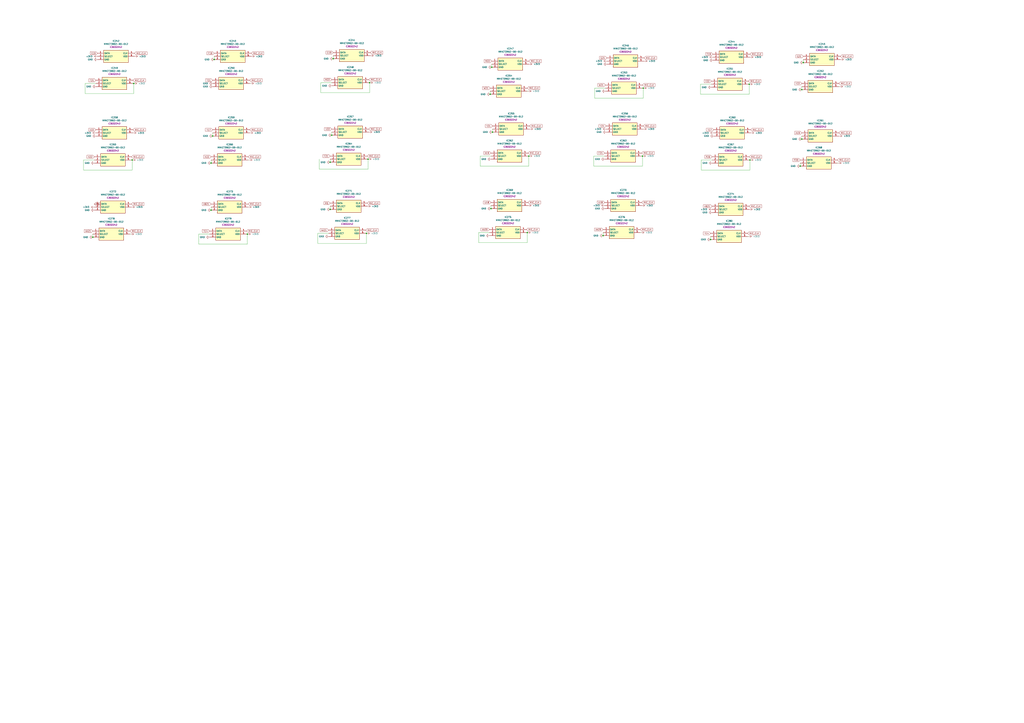
<source format=kicad_sch>
(kicad_sch (version 20231120) (generator "eeschema") (generator_version "8.0")
  (paper "A1")
  (junction (at 495.3 193.675))
  (junction (at 203.2 192.405))
  (junction (at 403.225 171.45))
  (junction (at 657.225 136.525))
  (junction (at 300.99 191.77))
  (junction (at 615.95 131.445))
  (junction (at 173.355 133.985))
  (junction (at 174.625 111.76))
  (junction (at 658.495 73.66))
  (junction (at 527.685 128.27))
  (junction (at 528.32 72.39))
  (junction (at 434.34 128.27))
  (junction (at 658.495 114.3))
  (junction (at 76.2 194.945))
  (junction (at 108.585 131.445))
  (junction (at 433.07 191.135))
  (junction (at 272.415 111.125))
  (junction (at 273.685 48.26))
  (junction (at 659.765 51.435))
  (junction (at 583.565 196.85))
  (junction (at 271.145 133.35))
  (junction (at 615.315 69.215))
  (junction (at 175.895 48.895))
  (junction (at 302.26 130.81))
  (junction (at 403.86 55.245))
  (junction (at 271.145 172.085))
  (junction (at 404.495 108.585))
  (junction (at 109.855 68.58))
  (junction (at 303.53 67.945))
  (junction (at 173.355 172.72))
  (junction (at 402.59 77.47))
  (wire (pts (xy 434.34 128.27) (xy 434.34 136.525)))
  (wire (pts (xy 76.2 192.405) (xy 76.2 194.945)))
  (wire (pts (xy 584.835 131.445) (xy 575.945 131.445)))
  (wire (pts (xy 403.86 52.705) (xy 403.86 55.245)))
  (wire (pts (xy 69.85 76.835) (xy 109.855 76.835)))
  (wire (pts (xy 433.705 128.27) (xy 434.34 128.27)))
  (wire (pts (xy 172.085 192.405) (xy 163.195 192.405)))
  (wire (pts (xy 300.355 191.77) (xy 300.99 191.77)))
  (wire (pts (xy 302.26 130.81) (xy 302.26 139.065)))
  (wire (pts (xy 527.05 128.27) (xy 527.685 128.27)))
  (wire (pts (xy 107.95 131.445) (xy 108.585 131.445)))
  (wire (pts (xy 260.985 191.77) (xy 260.985 200.025)))
  (wire (pts (xy 262.255 130.81) (xy 262.255 139.065)))
  (wire (pts (xy 175.895 46.355) (xy 175.895 48.895)))
  (wire (pts (xy 109.22 68.58) (xy 109.855 68.58)))
  (wire (pts (xy 272.415 67.945) (xy 263.525 67.945)))
  (wire (pts (xy 401.955 191.135) (xy 393.065 191.135)))
  (wire (pts (xy 527.685 72.39) (xy 528.32 72.39)))
  (wire (pts (xy 300.99 191.77) (xy 300.99 200.025)))
  (wire (pts (xy 495.3 191.135) (xy 495.3 193.675)))
  (wire (pts (xy 433.07 74.93) (xy 433.705 74.93)))
  (wire (pts (xy 584.2 69.215) (xy 575.31 69.215)))
  (wire (pts (xy 109.855 68.58) (xy 109.855 76.835)))
  (wire (pts (xy 575.945 139.7) (xy 615.95 139.7)))
  (wire (pts (xy 78.74 68.58) (xy 69.85 68.58)))
  (wire (pts (xy 394.335 136.525) (xy 434.34 136.525)))
  (wire (pts (xy 174.625 109.22) (xy 174.625 111.76)))
  (wire (pts (xy 263.525 76.2) (xy 303.53 76.2)))
  (wire (pts (xy 302.895 67.945) (xy 303.53 67.945)))
  (wire (pts (xy 614.68 69.215) (xy 615.315 69.215)))
  (wire (pts (xy 394.335 128.27) (xy 394.335 136.525)))
  (wire (pts (xy 77.47 131.445) (xy 68.58 131.445)))
  (wire (pts (xy 432.435 191.135) (xy 433.07 191.135)))
  (wire (pts (xy 303.53 67.945) (xy 303.53 76.2)))
  (wire (pts (xy 528.32 72.39) (xy 528.32 80.645)))
  (wire (pts (xy 583.565 194.31) (xy 583.565 196.85)))
  (wire (pts (xy 525.78 191.135) (xy 526.415 191.135)))
  (wire (pts (xy 615.315 69.215) (xy 615.315 77.47)))
  (wire (pts (xy 615.95 131.445) (xy 615.95 139.7)))
  (wire (pts (xy 497.205 72.39) (xy 488.315 72.39)))
  (wire (pts (xy 68.58 131.445) (xy 68.58 139.7)))
  (wire (pts (xy 205.105 68.58) (xy 205.74 68.58)))
  (wire (pts (xy 658.495 71.12) (xy 658.495 73.66)))
  (wire (pts (xy 203.835 131.445) (xy 204.47 131.445)))
  (wire (pts (xy 173.355 170.18) (xy 173.355 172.72)))
  (wire (pts (xy 487.68 136.525) (xy 527.685 136.525)))
  (wire (pts (xy 262.255 139.065) (xy 302.26 139.065)))
  (wire (pts (xy 271.145 130.81) (xy 271.145 133.35)))
  (wire (pts (xy 203.2 192.405) (xy 203.2 200.66)))
  (wire (pts (xy 269.875 191.77) (xy 260.985 191.77)))
  (wire (pts (xy 488.315 72.39) (xy 488.315 80.645)))
  (wire (pts (xy 657.225 133.985) (xy 657.225 136.525)))
  (wire (pts (xy 271.145 169.545) (xy 271.145 172.085)))
  (wire (pts (xy 273.685 45.72) (xy 273.685 48.26)))
  (wire (pts (xy 202.565 192.405) (xy 203.2 192.405)))
  (wire (pts (xy 403.225 128.27) (xy 394.335 128.27)))
  (wire (pts (xy 69.85 68.58) (xy 69.85 76.835)))
  (wire (pts (xy 433.07 191.135) (xy 433.07 199.39)))
  (wire (pts (xy 403.225 168.91) (xy 403.225 171.45)))
  (wire (pts (xy 496.57 128.27) (xy 487.68 128.27)))
  (wire (pts (xy 615.315 131.445) (xy 615.95 131.445)))
  (wire (pts (xy 688.975 71.12) (xy 689.61 71.12)))
  (wire (pts (xy 68.58 139.7) (xy 108.585 139.7)))
  (wire (pts (xy 393.065 199.39) (xy 433.07 199.39)))
  (wire (pts (xy 301.625 130.81) (xy 302.26 130.81)))
  (wire (pts (xy 173.355 131.445) (xy 173.355 133.985)))
  (wire (pts (xy 527.685 128.27) (xy 527.685 136.525)))
  (wire (pts (xy 487.68 128.27) (xy 487.68 136.525)))
  (wire (pts (xy 658.495 111.76) (xy 658.495 114.3)))
  (wire (pts (xy 614.045 194.31) (xy 614.68 194.31)))
  (wire (pts (xy 575.31 69.215) (xy 575.31 77.47)))
  (wire (pts (xy 163.195 192.405) (xy 163.195 200.66)))
  (wire (pts (xy 108.585 131.445) (xy 108.585 139.7)))
  (wire (pts (xy 575.945 131.445) (xy 575.945 139.7)))
  (wire (pts (xy 263.525 67.945) (xy 263.525 76.2)))
  (wire (pts (xy 488.315 80.645) (xy 528.32 80.645)))
  (wire (pts (xy 393.065 191.135) (xy 393.065 199.39)))
  (wire (pts (xy 575.31 77.47) (xy 615.315 77.47)))
  (wire (pts (xy 260.985 200.025) (xy 300.99 200.025)))
  (wire (pts (xy 402.59 74.93) (xy 402.59 77.47)))
  (wire (pts (xy 106.68 192.405) (xy 107.315 192.405)))
  (wire (pts (xy 272.415 108.585) (xy 272.415 111.125)))
  (wire (pts (xy 659.765 48.895) (xy 659.765 51.435)))
  (wire (pts (xy 404.495 106.045) (xy 404.495 108.585)))
  (wire (pts (xy 163.195 200.66) (xy 203.2 200.66)))
  (wire (pts (xy 687.705 133.985) (xy 688.34 133.985)))
  (global_label "MIC_CLK" (shape input) (at 528.955 47.625 0) (property "Intersheetrefs" "${INTERSHEET_REFS}" (effects (hide yes))))
  (global_label "AA21" (shape input) (at 76.2 189.865 180) (property "Intersheetrefs" "${INTERSHEET_REFS}" (effects (hide yes))))
  (global_label "V22" (shape input) (at 272.415 106.045 180) (property "Intersheetrefs" "${INTERSHEET_REFS}" (effects (hide yes))))
  (global_label "MIC_CLK" (shape input) (at 433.07 72.39 0) (property "Intersheetrefs" "${INTERSHEET_REFS}" (effects (hide yes))))
  (global_label "MIC_CLK" (shape input) (at 690.245 46.355 0) (property "Intersheetrefs" "${INTERSHEET_REFS}" (effects (hide yes))))
  (global_label "MIC_CLK" (shape input) (at 432.435 188.595 0) (property "Intersheetrefs" "${INTERSHEET_REFS}" (effects (hide yes))))
  (global_label "Y21" (shape input) (at 497.84 103.505 180) (property "Intersheetrefs" "${INTERSHEET_REFS}" (effects (hide yes))))
  (global_label "MIC_CLK" (shape input) (at 203.835 167.64 0) (property "Intersheetrefs" "${INTERSHEET_REFS}" (effects (hide yes))))
  (global_label "MIC_CLK" (shape input) (at 614.68 66.675 0) (property "Intersheetrefs" "${INTERSHEET_REFS}" (effects (hide yes))))
  (global_label "MIC_CLK" (shape input) (at 206.375 43.815 0) (property "Intersheetrefs" "${INTERSHEET_REFS}" (effects (hide yes))))
  (global_label "U18" (shape input) (at 403.225 166.37 180) (property "Intersheetrefs" "${INTERSHEET_REFS}" (effects (hide yes))))
  (global_label "MIC_CLK" (shape input) (at 107.95 128.905 0) (property "Intersheetrefs" "${INTERSHEET_REFS}" (effects (hide yes))))
  (global_label "W21" (shape input) (at 497.205 69.85 180) (property "Intersheetrefs" "${INTERSHEET_REFS}" (effects (hide yes))))
  (global_label "F21" (shape input) (at 271.145 128.27 180) (property "Intersheetrefs" "${INTERSHEET_REFS}" (effects (hide yes))))
  (global_label "Y17" (shape input) (at 586.105 106.68 180) (property "Intersheetrefs" "${INTERSHEET_REFS}" (effects (hide yes))))
  (global_label "MIC_CLK" (shape input) (at 616.585 106.68 0) (property "Intersheetrefs" "${INTERSHEET_REFS}" (effects (hide yes))))
  (global_label "MIC_CLK" (shape input) (at 203.835 128.905 0) (property "Intersheetrefs" "${INTERSHEET_REFS}" (effects (hide yes))))
  (global_label "MIC_CLK" (shape input) (at 527.05 125.73 0) (property "Intersheetrefs" "${INTERSHEET_REFS}" (effects (hide yes))))
  (global_label "MIC_CLK" (shape input) (at 433.705 166.37 0) (property "Intersheetrefs" "${INTERSHEET_REFS}" (effects (hide yes))))
  (global_label "A19" (shape input) (at 658.495 109.22 180) (property "Intersheetrefs" "${INTERSHEET_REFS}" (effects (hide yes))))
  (global_label "MIC_CLK" (shape input) (at 205.105 106.68 0) (property "Intersheetrefs" "${INTERSHEET_REFS}" (effects (hide yes))))
  (global_label "MIC_CLK" (shape input) (at 110.49 43.815 0) (property "Intersheetrefs" "${INTERSHEET_REFS}" (effects (hide yes))))
  (global_label "MIC_CLK" (shape input) (at 109.22 106.68 0) (property "Intersheetrefs" "${INTERSHEET_REFS}" (effects (hide yes))))
  (global_label "A19" (shape input) (at 403.225 125.73 180) (property "Intersheetrefs" "${INTERSHEET_REFS}" (effects (hide yes))))
  (global_label "MIC_CLK" (shape input) (at 434.975 103.505 0) (property "Intersheetrefs" "${INTERSHEET_REFS}" (effects (hide yes))))
  (global_label "T21" (shape input) (at 174.625 66.04 180) (property "Intersheetrefs" "${INTERSHEET_REFS}" (effects (hide yes))))
  (global_label "E19" (shape input) (at 80.01 43.815 180) (property "Intersheetrefs" "${INTERSHEET_REFS}" (effects (hide yes))))
  (global_label "M22" (shape input) (at 272.415 65.405 180) (property "Intersheetrefs" "${INTERSHEET_REFS}" (effects (hide yes))))
  (global_label "F19" (shape input) (at 175.895 43.815 180) (property "Intersheetrefs" "${INTERSHEET_REFS}" (effects (hide yes))))
  (global_label "Y22" (shape input) (at 658.495 68.58 180) (property "Intersheetrefs" "${INTERSHEET_REFS}" (effects (hide yes))))
  (global_label "MIC_CLK" (shape input) (at 301.625 128.27 0) (property "Intersheetrefs" "${INTERSHEET_REFS}" (effects (hide yes))))
  (global_label "F19" (shape input) (at 585.47 44.45 180) (property "Intersheetrefs" "${INTERSHEET_REFS}" (effects (hide yes))))
  (global_label "MIC_CLK" (shape input) (at 527.685 69.85 0) (property "Intersheetrefs" "${INTERSHEET_REFS}" (effects (hide yes))))
  (global_label "AB21" (shape input) (at 584.835 169.545 180) (property "Intersheetrefs" "${INTERSHEET_REFS}" (effects (hide yes))))
  (global_label "MIC_CLK" (shape input) (at 687.705 131.445 0) (property "Intersheetrefs" "${INTERSHEET_REFS}" (effects (hide yes))))
  (global_label "P20" (shape input) (at 584.835 128.905 180) (property "Intersheetrefs" "${INTERSHEET_REFS}" (effects (hide yes))))
  (global_label "M5" (shape input) (at 271.145 167.005 180) (property "Intersheetrefs" "${INTERSHEET_REFS}" (effects (hide yes))))
  (global_label "V22" (shape input) (at 78.74 106.68 180) (property "Intersheetrefs" "${INTERSHEET_REFS}" (effects (hide yes))))
  (global_label "G21" (shape input) (at 498.475 47.625 180) (property "Intersheetrefs" "${INTERSHEET_REFS}" (effects (hide yes))))
  (global_label "MIC_CLK" (shape input) (at 433.705 125.73 0) (property "Intersheetrefs" "${INTERSHEET_REFS}" (effects (hide yes))))
  (global_label "MIC_CLK" (shape input) (at 688.975 109.22 0) (property "Intersheetrefs" "${INTERSHEET_REFS}" (effects (hide yes))))
  (global_label "MIC_CLK" (shape input) (at 202.565 189.865 0) (property "Intersheetrefs" "${INTERSHEET_REFS}" (effects (hide yes))))
  (global_label "AB21" (shape input) (at 173.355 167.64 180) (property "Intersheetrefs" "${INTERSHEET_REFS}" (effects (hide yes))))
  (global_label "MIC_CLK" (shape input) (at 525.78 188.595 0) (property "Intersheetrefs" "${INTERSHEET_REFS}" (effects (hide yes))))
  (global_label "MIC_CLK" (shape input) (at 615.315 169.545 0) (property "Intersheetrefs" "${INTERSHEET_REFS}" (effects (hide yes))))
  (global_label "E19" (shape input) (at 273.685 43.18 180) (property "Intersheetrefs" "${INTERSHEET_REFS}" (effects (hide yes))))
  (global_label "H22" (shape input) (at 77.47 128.905 180) (property "Intersheetrefs" "${INTERSHEET_REFS}" (effects (hide yes))))
  (global_label "MIC_CLK" (shape input) (at 614.045 191.77 0) (property "Intersheetrefs" "${INTERSHEET_REFS}" (effects (hide yes))))
  (global_label "Y22" (shape input) (at 584.2 66.675 180) (property "Intersheetrefs" "${INTERSHEET_REFS}" (effects (hide yes))))
  (global_label "MIC_CLK" (shape input) (at 107.95 167.64 0) (property "Intersheetrefs" "${INTERSHEET_REFS}" (effects (hide yes))))
  (global_label "AA21" (shape input) (at 269.875 189.23 180) (property "Intersheetrefs" "${INTERSHEET_REFS}" (effects (hide yes))))
  (global_label "MIC_CLK" (shape input) (at 304.165 43.18 0) (property "Intersheetrefs" "${INTERSHEET_REFS}" (effects (hide yes))))
  (global_label "AA20" (shape input) (at 401.955 188.595 180) (property "Intersheetrefs" "${INTERSHEET_REFS}" (effects (hide yes))))
  (global_label "G21" (shape input) (at 659.765 46.355 180) (property "Intersheetrefs" "${INTERSHEET_REFS}" (effects (hide yes))))
  (global_label "MIC_CLK" (shape input) (at 615.95 44.45 0) (property "Intersheetrefs" "${INTERSHEET_REFS}" (effects (hide yes))))
  (global_label "MIC_CLK" (shape input) (at 300.355 189.23 0) (property "Intersheetrefs" "${INTERSHEET_REFS}" (effects (hide yes))))
  (global_label "MIC_CLK" (shape input) (at 302.895 106.045 0) (property "Intersheetrefs" "${INTERSHEET_REFS}" (effects (hide yes))))
  (global_label "MIC_CLK" (shape input) (at 301.625 167.005 0) (property "Intersheetrefs" "${INTERSHEET_REFS}" (effects (hide yes))))
  (global_label "Y14" (shape input) (at 583.565 191.77 180) (property "Intersheetrefs" "${INTERSHEET_REFS}" (effects (hide yes))))
  (global_label "F21" (shape input) (at 496.57 125.73 180) (property "Intersheetrefs" "${INTERSHEET_REFS}" (effects (hide yes))))
  (global_label "MIC_CLK" (shape input) (at 205.105 66.04 0) (property "Intersheetrefs" "${INTERSHEET_REFS}" (effects (hide yes))))
  (global_label "P20" (shape input) (at 657.225 131.445 180) (property "Intersheetrefs" "${INTERSHEET_REFS}" (effects (hide yes))))
  (global_label "T21" (shape input) (at 78.74 66.04 180) (property "Intersheetrefs" "${INTERSHEET_REFS}" (effects (hide yes))))
  (global_label "M5" (shape input) (at 77.47 167.64 0) (property "Intersheetrefs" "${INTERSHEET_REFS}" (effects (hide yes))))
  (global_label "MIC_CLK" (shape input) (at 434.34 50.165 0) (property "Intersheetrefs" "${INTERSHEET_REFS}" (effects (hide yes))))
  (global_label "U18" (shape input) (at 496.57 166.37 180) (property "Intersheetrefs" "${INTERSHEET_REFS}" (effects (hide yes))))
  (global_label "MIC_CLK" (shape input) (at 527.05 166.37 0) (property "Intersheetrefs" "${INTERSHEET_REFS}" (effects (hide yes))))
  (global_label "MIC_CLK" (shape input) (at 528.32 103.505 0) (property "Intersheetrefs" "${INTERSHEET_REFS}" (effects (hide yes))))
  (global_label "AA20" (shape input) (at 495.3 188.595 180) (property "Intersheetrefs" "${INTERSHEET_REFS}" (effects (hide yes))))
  (global_label "M22" (shape input) (at 403.86 50.165 180) (property "Intersheetrefs" "${INTERSHEET_REFS}" (effects (hide yes))))
  (global_label "Y21" (shape input) (at 404.495 103.505 180) (property "Intersheetrefs" "${INTERSHEET_REFS}" (effects (hide yes))))
  (global_label "MIC_CLK" (shape input) (at 106.68 189.865 0) (property "Intersheetrefs" "${INTERSHEET_REFS}" (effects (hide yes))))
  (global_label "Y14" (shape input) (at 172.085 189.865 180) (property "Intersheetrefs" "${INTERSHEET_REFS}" (effects (hide yes))))
  (global_label "H22" (shape input) (at 173.355 128.905 180) (property "Intersheetrefs" "${INTERSHEET_REFS}" (effects (hide yes))))
  (global_label "MIC_CLK" (shape input) (at 615.315 128.905 0) (property "Intersheetrefs" "${INTERSHEET_REFS}" (effects (hide yes))))
  (global_label "MIC_CLK" (shape input) (at 109.22 66.04 0) (property "Intersheetrefs" "${INTERSHEET_REFS}" (effects (hide yes))))
  (global_label "MIC_CLK" (shape input) (at 302.895 65.405 0) (property "Intersheetrefs" "${INTERSHEET_REFS}" (effects (hide yes))))
  (global_label "MIC_CLK" (shape input) (at 688.975 68.58 0) (property "Intersheetrefs" "${INTERSHEET_REFS}" (effects (hide yes))))
  (global_label "Y17" (shape input) (at 174.625 106.68 180) (property "Intersheetrefs" "${INTERSHEET_REFS}" (effects (hide yes))))
  (global_label "W21" (shape input) (at 402.59 72.39 180) (property "Intersheetrefs" "${INTERSHEET_REFS}" (effects (hide yes))))
  (symbol (lib_id "power:GND") (at 401.955 193.675 270) (unit 1)
    (property "Reference" "#PWR0643" (effects (hide yes)))
    (property "Value" "GND" (at 398.145 193.675 90) (effects (justify right)))
  )
  (symbol (lib_id "power:+3V3") (at 433.705 74.93 270) (unit 1)
    (property "Reference" "#PWR0595" (effects (hide yes)))
    (property "Value" "+3V3" (at 437.515 74.93 90) (effects (justify left)))
  )
  (symbol (lib_id "SamacSys_Parts:MMICT3902-00-012") (at 272.415 106.045 0) (unit 1)
    (property "Reference" "IC257" (at 287.655 95.885 0))
    (property "Value" "MMICT3902-00-012" (at 287.655 98.425 0))
    (property "Footprint" "T3902:MMICT390200012" (effects (hide yes)))
    (property "Datasheet" "http://invensense.tdk.com/wp-content/uploads/2020/05/DS-000357-T3902-v1.0.pdf" (effects (hide yes)))
    (property "Height" "1.13" (effects (hide yes)))
    (property "Mouser Part Number" "410-MMICT3902-00-012" (effects (hide yes)))
    (property "Mouser Price/Stock" "https://www.mouser.co.uk/ProductDetail/TDK-InvenSense/MMICT3902-00-012?qs=yqaQSyyJnNi1lpqXyrpxOA%3D%3D" (effects (hide yes)))
    (property "Manufacturer_Name" "TDK" (effects (hide yes)))
    (property "Manufacturer_Part_Number" "MMICT3902-00-012" (effects (hide yes)))
    (property "LCSC" "C3032242" (at 287.655 100.965 0))
  )
  (symbol (lib_id "power:GND") (at 404.495 108.585 270) (unit 1)
    (property "Reference" "#PWR0601" (effects (hide yes)))
    (property "Value" "GND" (at 400.685 108.585 90) (effects (justify right)))
  )
  (symbol (lib_id "power:GND") (at 273.685 48.26 270) (unit 1)
    (property "Reference" "#PWR0574" (effects (hide yes)))
    (property "Value" "GND" (at 269.875 48.26 90) (effects (justify right)))
  )
  (symbol (lib_id "power:+3V3") (at 528.32 72.39 270) (unit 1)
    (property "Reference" "#PWR0593" (effects (hide yes)))
    (property "Value" "+3V3" (at 532.13 72.39 90) (effects (justify left)))
  )
  (symbol (lib_id "power:+3V3") (at 110.49 46.355 270) (unit 1)
    (property "Reference" "#PWR0571" (effects (hide yes)))
    (property "Value" "+3V3" (at 114.3 46.355 90) (effects (justify left)))
  )
  (symbol (lib_id "power:+3V3") (at 206.375 46.355 270) (unit 1)
    (property "Reference" "#PWR0572" (effects (hide yes)))
    (property "Value" "+3V3" (at 210.185 46.355 90) (effects (justify left)))
  )
  (symbol (lib_id "power:+3V3") (at 302.26 130.81 270) (unit 1)
    (property "Reference" "#PWR0614" (effects (hide yes)))
    (property "Value" "+3V3" (at 306.07 130.81 90) (effects (justify left)))
  )
  (symbol (lib_id "SamacSys_Parts:MMICT3902-00-012") (at 403.225 125.73 0) (unit 1)
    (property "Reference" "IC262" (at 418.465 115.57 0))
    (property "Value" "MMICT3902-00-012" (at 418.465 118.11 0))
    (property "Footprint" "T3902:MMICT390200012" (effects (hide yes)))
    (property "Datasheet" "http://invensense.tdk.com/wp-content/uploads/2020/05/DS-000357-T3902-v1.0.pdf" (effects (hide yes)))
    (property "Height" "1.13" (effects (hide yes)))
    (property "Mouser Part Number" "410-MMICT3902-00-012" (effects (hide yes)))
    (property "Mouser Price/Stock" "https://www.mouser.co.uk/ProductDetail/TDK-InvenSense/MMICT3902-00-012?qs=yqaQSyyJnNi1lpqXyrpxOA%3D%3D" (effects (hide yes)))
    (property "Manufacturer_Name" "TDK" (effects (hide yes)))
    (property "Manufacturer_Part_Number" "MMICT3902-00-012" (effects (hide yes)))
    (property "LCSC" "C3032242" (at 418.465 120.65 0))
  )
  (symbol (lib_id "power:+3V3") (at 689.61 71.12 270) (unit 1)
    (property "Reference" "#PWR0591" (effects (hide yes)))
    (property "Value" "+3V3" (at 693.42 71.12 90) (effects (justify left)))
  )
  (symbol (lib_id "SamacSys_Parts:MMICT3902-00-012") (at 272.415 65.405 0) (unit 1)
    (property "Reference" "IC248" (at 287.655 55.245 0))
    (property "Value" "MMICT3902-00-012" (at 287.655 57.785 0))
    (property "Footprint" "T3902:MMICT390200012" (effects (hide yes)))
    (property "Datasheet" "http://invensense.tdk.com/wp-content/uploads/2020/05/DS-000357-T3902-v1.0.pdf" (effects (hide yes)))
    (property "Height" "1.13" (effects (hide yes)))
    (property "Mouser Part Number" "410-MMICT3902-00-012" (effects (hide yes)))
    (property "Mouser Price/Stock" "https://www.mouser.co.uk/ProductDetail/TDK-InvenSense/MMICT3902-00-012?qs=yqaQSyyJnNi1lpqXyrpxOA%3D%3D" (effects (hide yes)))
    (property "Manufacturer_Name" "TDK" (effects (hide yes)))
    (property "Manufacturer_Part_Number" "MMICT3902-00-012" (effects (hide yes)))
    (property "LCSC" "C3032242" (at 287.655 60.325 0))
  )
  (symbol (lib_id "SamacSys_Parts:MMICT3902-00-012") (at 498.475 47.625 0) (unit 1)
    (property "Reference" "IC246" (at 513.715 37.465 0))
    (property "Value" "MMICT3902-00-012" (at 513.715 40.005 0))
    (property "Footprint" "T3902:MMICT390200012" (effects (hide yes)))
    (property "Datasheet" "http://invensense.tdk.com/wp-content/uploads/2020/05/DS-000357-T3902-v1.0.pdf" (effects (hide yes)))
    (property "Height" "1.13" (effects (hide yes)))
    (property "Mouser Part Number" "410-MMICT3902-00-012" (effects (hide yes)))
    (property "Mouser Price/Stock" "https://www.mouser.co.uk/ProductDetail/TDK-InvenSense/MMICT3902-00-012?qs=yqaQSyyJnNi1lpqXyrpxOA%3D%3D" (effects (hide yes)))
    (property "Manufacturer_Name" "TDK" (effects (hide yes)))
    (property "Manufacturer_Part_Number" "MMICT3902-00-012" (effects (hide yes)))
    (property "LCSC" "C3032242" (at 513.715 42.545 0))
  )
  (symbol (lib_id "power:GND") (at 495.3 193.675 270) (unit 1)
    (property "Reference" "#PWR0644" (effects (hide yes)))
    (property "Value" "GND" (at 491.49 193.675 90) (effects (justify right)))
  )
  (symbol (lib_id "power:GND") (at 77.47 133.985 270) (unit 1)
    (property "Reference" "#PWR0621" (effects (hide yes)))
    (property "Value" "GND" (at 73.66 133.985 90) (effects (justify right)))
  )
  (symbol (lib_id "power:GND") (at 272.415 70.485 270) (unit 1)
    (property "Reference" "#PWR0588" (effects (hide yes)))
    (property "Value" "GND" (at 268.605 70.485 90) (effects (justify right)))
  )
  (symbol (lib_id "SamacSys_Parts:MMICT3902-00-012") (at 586.105 106.68 0) (unit 1)
    (property "Reference" "IC260" (at 601.345 96.52 0))
    (property "Value" "MMICT3902-00-012" (at 601.345 99.06 0))
    (property "Footprint" "T3902:MMICT390200012" (effects (hide yes)))
    (property "Datasheet" "http://invensense.tdk.com/wp-content/uploads/2020/05/DS-000357-T3902-v1.0.pdf" (effects (hide yes)))
    (property "Height" "1.13" (effects (hide yes)))
    (property "Mouser Part Number" "410-MMICT3902-00-012" (effects (hide yes)))
    (property "Mouser Price/Stock" "https://www.mouser.co.uk/ProductDetail/TDK-InvenSense/MMICT3902-00-012?qs=yqaQSyyJnNi1lpqXyrpxOA%3D%3D" (effects (hide yes)))
    (property "Manufacturer_Name" "TDK" (effects (hide yes)))
    (property "Manufacturer_Part_Number" "MMICT3902-00-012" (effects (hide yes)))
    (property "LCSC" "C3032242" (at 601.345 101.6 0))
  )
  (symbol (lib_id "power:GND") (at 173.355 172.72 270) (unit 1)
    (property "Reference" "#PWR0636" (effects (hide yes)))
    (property "Value" "GND" (at 169.545 172.72 90) (effects (justify right)))
  )
  (symbol (lib_id "power:GND") (at 584.835 174.625 270) (unit 1)
    (property "Reference" "#PWR0637" (effects (hide yes)))
    (property "Value" "GND" (at 581.025 174.625 90) (effects (justify right)))
  )
  (symbol (lib_id "power:+3V3") (at 300.99 191.77 270) (unit 1)
    (property "Reference" "#PWR0640" (effects (hide yes)))
    (property "Value" "+3V3" (at 304.8 191.77 90) (effects (justify left)))
  )
  (symbol (lib_id "SamacSys_Parts:MMICT3902-00-012") (at 658.495 109.22 0) (unit 1)
    (property "Reference" "IC261" (at 673.735 99.06 0))
    (property "Value" "MMICT3902-00-012" (at 673.735 101.6 0))
    (property "Footprint" "T3902:MMICT390200012" (effects (hide yes)))
    (property "Datasheet" "http://invensense.tdk.com/wp-content/uploads/2020/05/DS-000357-T3902-v1.0.pdf" (effects (hide yes)))
    (property "Height" "1.13" (effects (hide yes)))
    (property "Mouser Part Number" "410-MMICT3902-00-012" (effects (hide yes)))
    (property "Mouser Price/Stock" "https://www.mouser.co.uk/ProductDetail/TDK-InvenSense/MMICT3902-00-012?qs=yqaQSyyJnNi1lpqXyrpxOA%3D%3D" (effects (hide yes)))
    (property "Manufacturer_Name" "TDK" (effects (hide yes)))
    (property "Manufacturer_Part_Number" "MMICT3902-00-012" (effects (hide yes)))
    (property "LCSC" "C3032242" (at 673.735 104.14 0))
  )
  (symbol (lib_id "power:GND") (at 585.47 49.53 270) (unit 1)
    (property "Reference" "#PWR0578" (effects (hide yes)))
    (property "Value" "GND" (at 581.66 49.53 90) (effects (justify right)))
  )
  (symbol (lib_id "power:GND") (at 402.59 77.47 270) (unit 1)
    (property "Reference" "#PWR0597" (effects (hide yes)))
    (property "Value" "GND" (at 398.78 77.47 90) (effects (justify right)))
  )
  (symbol (lib_id "power:+3V3") (at 526.415 191.135 270) (unit 1)
    (property "Reference" "#PWR0639" (effects (hide yes)))
    (property "Value" "+3V3" (at 530.225 191.135 90) (effects (justify left)))
  )
  (symbol (lib_id "power:+3V3") (at 615.315 172.085 270) (unit 1)
    (property "Reference" "#PWR0634" (effects (hide yes)))
    (property "Value" "+3V3" (at 619.125 172.085 90) (effects (justify left)))
  )
  (symbol (lib_id "power:GND") (at 174.625 68.58 270) (unit 1)
    (property "Reference" "#PWR0905" (effects (hide yes)))
    (property "Value" "GND" (at 170.815 68.58 90) (effects (justify right)))
  )
  (symbol (lib_id "power:GND") (at 78.74 71.12 270) (unit 1)
    (property "Reference" "#PWR0589" (effects (hide yes)))
    (property "Value" "GND" (at 74.93 71.12 90) (effects (justify right)))
  )
  (symbol (lib_id "power:+3V3") (at 688.34 133.985 270) (unit 1)
    (property "Reference" "#PWR0624" (effects (hide yes)))
    (property "Value" "+3V3" (at 692.15 133.985 90) (effects (justify left)))
  )
  (symbol (lib_id "power:+3V3") (at 586.105 109.22 90) (unit 1)
    (property "Reference" "#PWR0908" (effects (hide yes)))
    (property "Value" "+3V3" (at 582.041 109.22 90) (effects (justify left)))
  )
  (symbol (lib_id "SamacSys_Parts:MMICT3902-00-012") (at 404.495 103.505 0) (unit 1)
    (property "Reference" "IC255" (at 419.735 93.345 0))
    (property "Value" "MMICT3902-00-012" (at 419.735 95.885 0))
    (property "Footprint" "T3902:MMICT390200012" (effects (hide yes)))
    (property "Datasheet" "http://invensense.tdk.com/wp-content/uploads/2020/05/DS-000357-T3902-v1.0.pdf" (effects (hide yes)))
    (property "Height" "1.13" (effects (hide yes)))
    (property "Mouser Part Number" "410-MMICT3902-00-012" (effects (hide yes)))
    (property "Mouser Price/Stock" "https://www.mouser.co.uk/ProductDetail/TDK-InvenSense/MMICT3902-00-012?qs=yqaQSyyJnNi1lpqXyrpxOA%3D%3D" (effects (hide yes)))
    (property "Manufacturer_Name" "TDK" (effects (hide yes)))
    (property "Manufacturer_Part_Number" "MMICT3902-00-012" (effects (hide yes)))
    (property "LCSC" "C3032242" (at 419.735 98.425 0))
  )
  (symbol (lib_id "power:+3V3") (at 527.685 128.27 270) (unit 1)
    (property "Reference" "#PWR0613" (effects (hide yes)))
    (property "Value" "+3V3" (at 531.495 128.27 90) (effects (justify left)))
  )
  (symbol (lib_id "power:+3V3") (at 204.47 131.445 270) (unit 1)
    (property "Reference" "#PWR0618" (effects (hide yes)))
    (property "Value" "+3V3" (at 208.28 131.445 90) (effects (justify left)))
  )
  (symbol (lib_id "SamacSys_Parts:MMICT3902-00-012") (at 77.47 167.64 0) (unit 1)
    (property "Reference" "IC272" (at 92.71 157.48 0))
    (property "Value" "MMICT3902-00-012" (at 92.71 160.02 0))
    (property "Footprint" "T3902:MMICT390200012" (effects (hide yes)))
    (property "Datasheet" "http://invensense.tdk.com/wp-content/uploads/2020/05/DS-000357-T3902-v1.0.pdf" (effects (hide yes)))
    (property "Height" "1.13" (effects (hide yes)))
    (property "Mouser Part Number" "410-MMICT3902-00-012" (effects (hide yes)))
    (property "Mouser Price/Stock" "https://www.mouser.co.uk/ProductDetail/TDK-InvenSense/MMICT3902-00-012?qs=yqaQSyyJnNi1lpqXyrpxOA%3D%3D" (effects (hide yes)))
    (property "Manufacturer_Name" "TDK" (effects (hide yes)))
    (property "Manufacturer_Part_Number" "MMICT3902-00-012" (effects (hide yes)))
    (property "LCSC" "C3032242" (at 92.71 162.56 0))
  )
  (symbol (lib_id "power:+3V3") (at 205.74 68.58 270) (unit 1)
    (property "Reference" "#PWR0586" (effects (hide yes)))
    (property "Value" "+3V3" (at 209.55 68.58 90) (effects (justify left)))
  )
  (symbol (lib_id "power:GND") (at 77.47 172.72 270) (unit 1)
    (property "Reference" "#PWR0635" (effects (hide yes)))
    (property "Value" "GND" (at 73.66 172.72 90) (effects (justify right)))
  )
  (symbol (lib_id "SamacSys_Parts:MMICT3902-00-012") (at 583.565 191.77 0) (unit 1)
    (property "Reference" "IC280" (at 598.805 181.61 0))
    (property "Value" "MMICT3902-00-012" (at 598.805 184.15 0))
    (property "Footprint" "T3902:MMICT390200012" (effects (hide yes)))
    (property "Datasheet" "http://invensense.tdk.com/wp-content/uploads/2020/05/DS-000357-T3902-v1.0.pdf" (effects (hide yes)))
    (property "Height" "1.13" (effects (hide yes)))
    (property "Mouser Part Number" "410-MMICT3902-00-012" (effects (hide yes)))
    (property "Mouser Price/Stock" "https://www.mouser.co.uk/ProductDetail/TDK-InvenSense/MMICT3902-00-012?qs=yqaQSyyJnNi1lpqXyrpxOA%3D%3D" (effects (hide yes)))
    (property "Manufacturer_Name" "TDK" (effects (hide yes)))
    (property "Manufacturer_Part_Number" "MMICT3902-00-012" (effects (hide yes)))
    (property "LCSC" "C3032242" (at 598.805 186.69 0))
  )
  (symbol (lib_id "SamacSys_Parts:MMICT3902-00-012") (at 174.625 106.68 0) (unit 1)
    (property "Reference" "IC259" (at 189.865 96.52 0))
    (property "Value" "MMICT3902-00-012" (at 189.865 99.06 0))
    (property "Footprint" "T3902:MMICT390200012" (effects (hide yes)))
    (property "Datasheet" "http://invensense.tdk.com/wp-content/uploads/2020/05/DS-000357-T3902-v1.0.pdf" (effects (hide yes)))
    (property "Height" "1.13" (effects (hide yes)))
    (property "Mouser Part Number" "410-MMICT3902-00-012" (effects (hide yes)))
    (property "Mouser Price/Stock" "https://www.mouser.co.uk/ProductDetail/TDK-InvenSense/MMICT3902-00-012?qs=yqaQSyyJnNi1lpqXyrpxOA%3D%3D" (effects (hide yes)))
    (property "Manufacturer_Name" "TDK" (effects (hide yes)))
    (property "Manufacturer_Part_Number" "MMICT3902-00-012" (effects (hide yes)))
    (property "LCSC" "C3032242" (at 189.865 101.6 0))
  )
  (symbol (lib_id "power:+3V3") (at 205.105 109.22 270) (unit 1)
    (property "Reference" "#PWR0604" (effects (hide yes)))
    (property "Value" "+3V3" (at 208.915 109.22 90) (effects (justify left)))
  )
  (symbol (lib_id "power:GND") (at 403.86 55.245 270) (unit 1)
    (property "Reference" "#PWR0583" (effects (hide yes)))
    (property "Value" "GND" (at 400.05 55.245 90) (effects (justify right)))
  )
  (symbol (lib_id "power:+3V3") (at 203.2 192.405 270) (unit 1)
    (property "Reference" "#PWR0642" (effects (hide yes)))
    (property "Value" "+3V3" (at 207.01 192.405 90) (effects (justify left)))
  )
  (symbol (lib_id "power:GND") (at 658.495 114.3 270) (unit 1)
    (property "Reference" "#PWR0611" (effects (hide yes)))
    (property "Value" "GND" (at 654.685 114.3 90) (effects (justify right)))
  )
  (symbol (lib_id "power:GND") (at 272.415 111.125 270) (unit 1)
    (property "Reference" "#PWR0606" (effects (hide yes)))
    (property "Value" "GND" (at 268.605 111.125 90) (effects (justify right)))
  )
  (symbol (lib_id "power:+3V3") (at 527.05 168.91 270) (unit 1)
    (property "Reference" "#PWR0627" (effects (hide yes)))
    (property "Value" "+3V3" (at 530.86 168.91 90) (effects (justify left)))
  )
  (symbol (lib_id "power:+3V3") (at 434.975 106.045 270) (unit 1)
    (property "Reference" "#PWR0598" (effects (hide yes)))
    (property "Value" "+3V3" (at 438.785 106.045 90) (effects (justify left)))
  )
  (symbol (lib_id "SamacSys_Parts:MMICT3902-00-012") (at 403.225 166.37 0) (unit 1)
    (property "Reference" "IC269" (at 418.465 156.21 0))
    (property "Value" "MMICT3902-00-012" (at 418.465 158.75 0))
    (property "Footprint" "T3902:MMICT390200012" (effects (hide yes)))
    (property "Datasheet" "http://invensense.tdk.com/wp-content/uploads/2020/05/DS-000357-T3902-v1.0.pdf" (effects (hide yes)))
    (property "Height" "1.13" (effects (hide yes)))
    (property "Mouser Part Number" "410-MMICT3902-00-012" (effects (hide yes)))
    (property "Mouser Price/Stock" "https://www.mouser.co.uk/ProductDetail/TDK-InvenSense/MMICT3902-00-012?qs=yqaQSyyJnNi1lpqXyrpxOA%3D%3D" (effects (hide yes)))
    (property "Manufacturer_Name" "TDK" (effects (hide yes)))
    (property "Manufacturer_Part_Number" "MMICT3902-00-012" (effects (hide yes)))
    (property "LCSC" "C3032242" (at 418.465 161.29 0))
  )
  (symbol (lib_id "power:+3V3") (at 107.95 170.18 270) (unit 1)
    (property "Reference" "#PWR0629" (effects (hide yes)))
    (property "Value" "+3V3" (at 111.76 170.18 90) (effects (justify left)))
  )
  (symbol (lib_id "SamacSys_Parts:MMICT3902-00-012") (at 659.765 46.355 0) (unit 1)
    (property "Reference" "IC245" (at 675.005 36.195 0))
    (property "Value" "MMICT3902-00-012" (at 675.005 38.735 0))
    (property "Footprint" "T3902:MMICT390200012" (effects (hide yes)))
    (property "Datasheet" "http://invensense.tdk.com/wp-content/uploads/2020/05/DS-000357-T3902-v1.0.pdf" (effects (hide yes)))
    (property "Height" "1.13" (effects (hide yes)))
    (property "Mouser Part Number" "410-MMICT3902-00-012" (effects (hide yes)))
    (property "Mouser Price/Stock" "https://www.mouser.co.uk/ProductDetail/TDK-InvenSense/MMICT3902-00-012?qs=yqaQSyyJnNi1lpqXyrpxOA%3D%3D" (effects (hide yes)))
    (property "Manufacturer_Name" "TDK" (effects (hide yes)))
    (property "Manufacturer_Part_Number" "MMICT3902-00-012" (effects (hide yes)))
    (property "LCSC" "C3032242" (at 675.005 41.275 0))
  )
  (symbol (lib_id "power:+3V3") (at 433.705 168.91 270) (unit 1)
    (property "Reference" "#PWR0626" (effects (hide yes)))
    (property "Value" "+3V3" (at 437.515 168.91 90) (effects (justify left)))
  )
  (symbol (lib_id "power:GND") (at 496.57 171.45 270) (unit 1)
    (property "Reference" "#PWR0632" (effects (hide yes)))
    (property "Value" "GND" (at 492.76 171.45 90) (effects (justify right)))
  )
  (symbol (lib_id "power:GND") (at 174.625 111.76 270) (unit 1)
    (property "Reference" "#PWR0608" (effects (hide yes)))
    (property "Value" "GND" (at 170.815 111.76 90) (effects (justify right)))
  )
  (symbol (lib_id "SamacSys_Parts:MMICT3902-00-012") (at 273.685 43.18 0) (unit 1)
    (property "Reference" "IC241" (at 288.925 33.02 0))
    (property "Value" "MMICT3902-00-012" (at 288.925 35.56 0))
    (property "Footprint" "T3902:MMICT390200012" (effects (hide yes)))
    (property "Datasheet" "http://invensense.tdk.com/wp-content/uploads/2020/05/DS-000357-T3902-v1.0.pdf" (effects (hide yes)))
    (property "Height" "1.13" (effects (hide yes)))
    (property "Mouser Part Number" "410-MMICT3902-00-012" (effects (hide yes)))
    (property "Mouser Price/Stock" "https://www.mouser.co.uk/ProductDetail/TDK-InvenSense/MMICT3902-00-012?qs=yqaQSyyJnNi1lpqXyrpxOA%3D%3D" (effects (hide yes)))
    (property "Manufacturer_Name" "TDK" (effects (hide yes)))
    (property "Manufacturer_Part_Number" "MMICT3902-00-012" (effects (hide yes)))
    (property "LCSC" "C3032242" (at 288.925 38.1 0))
  )
  (symbol (lib_id "power:+3V3") (at 77.47 170.18 90) (unit 1)
    (property "Reference" "#PWR0910" (effects (hide yes)))
    (property "Value" "+3V3" (at 73.406 170.18 90) (effects (justify left)))
  )
  (symbol (lib_id "power:+3V3") (at 615.95 46.99 270) (unit 1)
    (property "Reference" "#PWR0573" (effects (hide yes)))
    (property "Value" "+3V3" (at 619.76 46.99 90) (effects (justify left)))
  )
  (symbol (lib_id "power:GND") (at 269.875 194.31 270) (unit 1)
    (property "Reference" "#PWR0645" (effects (hide yes)))
    (property "Value" "GND" (at 266.065 194.31 90) (effects (justify right)))
  )
  (symbol (lib_id "power:GND") (at 497.84 108.585 270) (unit 1)
    (property "Reference" "#PWR0602" (effects (hide yes)))
    (property "Value" "GND" (at 494.03 108.585 90) (effects (justify right)))
  )
  (symbol (lib_id "power:+3V3") (at 302.895 108.585 270) (unit 1)
    (property "Reference" "#PWR0600" (effects (hide yes)))
    (property "Value" "+3V3" (at 306.705 108.585 90) (effects (justify left)))
  )
  (symbol (lib_id "power:+3V3") (at 584.835 172.085 90) (unit 1)
    (property "Reference" "#PWR0911" (effects (hide yes)))
    (property "Value" "+3V3" (at 580.771 172.085 90) (effects (justify left)))
  )
  (symbol (lib_id "power:+3V3") (at 107.315 192.405 270) (unit 1)
    (property "Reference" "#PWR0641" (effects (hide yes)))
    (property "Value" "+3V3" (at 111.125 192.405 90) (effects (justify left)))
  )
  (symbol (lib_id "SamacSys_Parts:MMICT3902-00-012") (at 658.495 68.58 0) (unit 1)
    (property "Reference" "IC252" (at 673.735 58.42 0))
    (property "Value" "MMICT3902-00-012" (at 673.735 60.96 0))
    (property "Footprint" "T3902:MMICT390200012" (effects (hide yes)))
    (property "Datasheet" "http://invensense.tdk.com/wp-content/uploads/2020/05/DS-000357-T3902-v1.0.pdf" (effects (hide yes)))
    (property "Height" "1.13" (effects (hide yes)))
    (property "Mouser Part Number" "410-MMICT3902-00-012" (effects (hide yes)))
    (property "Mouser Price/Stock" "https://www.mouser.co.uk/ProductDetail/TDK-InvenSense/MMICT3902-00-012?qs=yqaQSyyJnNi1lpqXyrpxOA%3D%3D" (effects (hide yes)))
    (property "Manufacturer_Name" "TDK" (effects (hide yes)))
    (property "Manufacturer_Part_Number" "MMICT3902-00-012" (effects (hide yes)))
    (property "LCSC" "C3032242" (at 673.735 63.5 0))
  )
  (symbol (lib_id "power:GND") (at 584.2 71.755 270) (unit 1)
    (property "Reference" "#PWR0592" (effects (hide yes)))
    (property "Value" "GND" (at 580.39 71.755 90) (effects (justify right)))
  )
  (symbol (lib_id "power:+3V3") (at 80.01 46.355 90) (unit 1)
    (property "Reference" "#PWR0902" (effects (hide yes)))
    (property "Value" "+3V3" (at 75.946 46.355 90) (effects (justify left)))
  )
  (symbol (lib_id "power:GND") (at 271.145 133.35 270) (unit 1)
    (property "Reference" "#PWR0620" (effects (hide yes)))
    (property "Value" "GND" (at 267.335 133.35 90) (effects (justify right)))
  )
  (symbol (lib_id "power:+3V3") (at 496.57 168.91 90) (unit 1)
    (property "Reference" "#PWR0909" (effects (hide yes)))
    (property "Value" "+3V3" (at 492.506 168.91 90) (effects (justify left)))
  )
  (symbol (lib_id "power:+3V3") (at 585.47 46.99 90) (unit 1)
    (property "Reference" "#PWR0903" (effects (hide yes)))
    (property "Value" "+3V3" (at 581.406 46.99 90) (effects (justify left)))
  )
  (symbol (lib_id "power:GND") (at 80.01 48.895 270) (unit 1)
    (property "Reference" "#PWR0575" (effects (hide yes)))
    (property "Value" "GND" (at 76.2 48.895 90) (effects (justify right)))
  )
  (symbol (lib_id "power:+3V3") (at 301.625 169.545 270) (unit 1)
    (property "Reference" "#PWR0628" (effects (hide yes)))
    (property "Value" "+3V3" (at 305.435 169.545 90) (effects (justify left)))
  )
  (symbol (lib_id "SamacSys_Parts:MMICT3902-00-012") (at 401.955 188.595 0) (unit 1)
    (property "Reference" "IC275" (at 417.195 178.435 0))
    (property "Value" "MMICT3902-00-012" (at 417.195 180.975 0))
    (property "Footprint" "T3902:MMICT390200012" (effects (hide yes)))
    (property "Datasheet" "http://invensense.tdk.com/wp-content/uploads/2020/05/DS-000357-T3902-v1.0.pdf" (effects (hide yes)))
    (property "Height" "1.13" (effects (hide yes)))
    (property "Mouser Part Number" "410-MMICT3902-00-012" (effects (hide yes)))
    (property "Mouser Price/Stock" "https://www.mouser.co.uk/ProductDetail/TDK-InvenSense/MMICT3902-00-012?qs=yqaQSyyJnNi1lpqXyrpxOA%3D%3D" (effects (hide yes)))
    (property "Manufacturer_Name" "TDK" (effects (hide yes)))
    (property "Manufacturer_Part_Number" "MMICT3902-00-012" (effects (hide yes)))
    (property "LCSC" "C3032242" (at 417.195 183.515 0))
  )
  (symbol (lib_id "power:GND") (at 403.225 171.45 270) (unit 1)
    (property "Reference" "#PWR0631" (effects (hide yes)))
    (property "Value" "GND" (at 399.415 171.45 90) (effects (justify right)))
  )
  (symbol (lib_id "power:GND") (at 496.57 130.81 270) (unit 1)
    (property "Reference" "#PWR0616" (effects (hide yes)))
    (property "Value" "GND" (at 492.76 130.81 90) (effects (justify right)))
  )
  (symbol (lib_id "power:+3V3") (at 688.975 111.76 270) (unit 1)
    (property "Reference" "#PWR0610" (effects (hide yes)))
    (property "Value" "+3V3" (at 692.785 111.76 90) (effects (justify left)))
  )
  (symbol (lib_id "SamacSys_Parts:MMICT3902-00-012") (at 78.74 66.04 0) (unit 1)
    (property "Reference" "IC249" (at 93.98 55.88 0))
    (property "Value" "MMICT3902-00-012" (at 93.98 58.42 0))
    (property "Footprint" "T3902:MMICT390200012" (effects (hide yes)))
    (property "Datasheet" "http://invensense.tdk.com/wp-content/uploads/2020/05/DS-000357-T3902-v1.0.pdf" (effects (hide yes)))
    (property "Height" "1.13" (effects (hide yes)))
    (property "Mouser Part Number" "410-MMICT3902-00-012" (effects (hide yes)))
    (property "Mouser Price/Stock" "https://www.mouser.co.uk/ProductDetail/TDK-InvenSense/MMICT3902-00-012?qs=yqaQSyyJnNi1lpqXyrpxOA%3D%3D" (effects (hide yes)))
    (property "Manufacturer_Name" "TDK" (effects (hide yes)))
    (property "Manufacturer_Part_Number" "MMICT3902-00-012" (effects (hide yes)))
    (property "LCSC" "C3032242" (at 93.98 60.96 0))
  )
  (symbol (lib_id "power:+3V3") (at 616.585 109.22 270) (unit 1)
    (property "Reference" "#PWR0605" (effects (hide yes)))
    (property "Value" "+3V3" (at 620.395 109.22 90) (effects (justify left)))
  )
  (symbol (lib_id "SamacSys_Parts:MMICT3902-00-012") (at 496.57 125.73 0) (unit 1)
    (property "Reference" "IC263" (at 511.81 115.57 0))
    (property "Value" "MMICT3902-00-012" (at 511.81 118.11 0))
    (property "Footprint" "T3902:MMICT390200012" (effects (hide yes)))
    (property "Datasheet" "http://invensense.tdk.com/wp-content/uploads/2020/05/DS-000357-T3902-v1.0.pdf" (effects (hide yes)))
    (property "Height" "1.13" (effects (hide yes)))
    (property "Mouser Part Number" "410-MMICT3902-00-012" (effects (hide yes)))
    (property "Mouser Price/Stock" "https://www.mouser.co.uk/ProductDetail/TDK-InvenSense/MMICT3902-00-012?qs=yqaQSyyJnNi1lpqXyrpxOA%3D%3D" (effects (hide yes)))
    (property "Manufacturer_Name" "TDK" (effects (hide yes)))
    (property "Manufacturer_Part_Number" "MMICT3902-00-012" (effects (hide yes)))
    (property "LCSC" "C3032242" (at 511.81 120.65 0))
  )
  (symbol (lib_id "power:+3V3") (at 615.315 69.215 270) (unit 1)
    (property "Reference" "#PWR0587" (effects (hide yes)))
    (property "Value" "+3V3" (at 619.125 69.215 90) (effects (justify left)))
  )
  (symbol (lib_id "power:+3V3") (at 615.95 131.445 270) (unit 1)
    (property "Reference" "#PWR0619" (effects (hide yes)))
    (property "Value" "+3V3" (at 619.76 131.445 90) (effects (justify left)))
  )
  (symbol (lib_id "SamacSys_Parts:MMICT3902-00-012") (at 173.355 128.905 0) (unit 1)
    (property "Reference" "IC266" (at 188.595 118.745 0))
    (property "Value" "MMICT3902-00-012" (at 188.595 121.285 0))
    (property "Footprint" "T3902:MMICT390200012" (effects (hide yes)))
    (property "Datasheet" "http://invensense.tdk.com/wp-content/uploads/2020/05/DS-000357-T3902-v1.0.pdf" (effects (hide yes)))
    (property "Height" "1.13" (effects (hide yes)))
    (property "Mouser Part Number" "410-MMICT3902-00-012" (effects (hide yes)))
    (property "Mouser Price/Stock" "https://www.mouser.co.uk/ProductDetail/TDK-InvenSense/MMICT3902-00-012?qs=yqaQSyyJnNi1lpqXyrpxOA%3D%3D" (effects (hide yes)))
    (property "Manufacturer_Name" "TDK" (effects (hide yes)))
    (property "Manufacturer_Part_Number" "MMICT3902-00-012" (effects (hide yes)))
    (property "LCSC" "C3032242" (at 188.595 123.825 0))
  )
  (symbol (lib_id "SamacSys_Parts:MMICT3902-00-012") (at 497.84 103.505 0) (unit 1)
    (property "Reference" "IC256" (at 513.08 93.345 0))
    (property "Value" "MMICT3902-00-012" (at 513.08 95.885 0))
    (property "Footprint" "T3902:MMICT390200012" (effects (hide yes)))
    (property "Datasheet" "http://invensense.tdk.com/wp-content/uploads/2020/05/DS-000357-T3902-v1.0.pdf" (effects (hide yes)))
    (property "Height" "1.13" (effects (hide yes)))
    (property "Mouser Part Number" "410-MMICT3902-00-012" (effects (hide yes)))
    (property "Mouser Price/Stock" "https://www.mouser.co.uk/ProductDetail/TDK-InvenSense/MMICT3902-00-012?qs=yqaQSyyJnNi1lpqXyrpxOA%3D%3D" (effects (hide yes)))
    (property "Manufacturer_Name" "TDK" (effects (hide yes)))
    (property "Manufacturer_Part_Number" "MMICT3902-00-012" (effects (hide yes)))
    (property "LCSC" "C3032242" (at 513.08 98.425 0))
  )
  (symbol (lib_id "power:+3V3") (at 433.07 191.135 270) (unit 1)
    (property "Reference" "#PWR0638" (effects (hide yes)))
    (property "Value" "+3V3" (at 436.88 191.135 90) (effects (justify left)))
  )
  (symbol (lib_id "power:GND") (at 403.225 130.81 270) (unit 1)
    (property "Reference" "#PWR0615" (effects (hide yes)))
    (property "Value" "GND" (at 399.415 130.81 90) (effects (justify right)))
  )
  (symbol (lib_id "SamacSys_Parts:MMICT3902-00-012") (at 173.355 167.64 0) (unit 1)
    (property "Reference" "IC273" (at 188.595 157.48 0))
    (property "Value" "MMICT3902-00-012" (at 188.595 160.02 0))
    (property "Footprint" "T3902:MMICT390200012" (effects (hide yes)))
    (property "Datasheet" "http://invensense.tdk.com/wp-content/uploads/2020/05/DS-000357-T3902-v1.0.pdf" (effects (hide yes)))
    (property "Height" "1.13" (effects (hide yes)))
    (property "Mouser Part Number" "410-MMICT3902-00-012" (effects (hide yes)))
    (property "Mouser Price/Stock" "https://www.mouser.co.uk/ProductDetail/TDK-InvenSense/MMICT3902-00-012?qs=yqaQSyyJnNi1lpqXyrpxOA%3D%3D" (effects (hide yes)))
    (property "Manufacturer_Name" "TDK" (effects (hide yes)))
    (property "Manufacturer_Part_Number" "MMICT3902-00-012" (effects (hide yes)))
    (property "LCSC" "C3032242" (at 188.595 162.56 0))
  )
  (symbol (lib_id "SamacSys_Parts:MMICT3902-00-012") (at 403.86 50.165 0) (unit 1)
    (property "Reference" "IC247" (at 419.1 40.005 0))
    (property "Value" "MMICT3902-00-012" (at 419.1 42.545 0))
    (property "Footprint" "T3902:MMICT390200012" (effects (hide yes)))
    (property "Datasheet" "http://invensense.tdk.com/wp-content/uploads/2020/05/DS-000357-T3902-v1.0.pdf" (effects (hide yes)))
    (property "Height" "1.13" (effects (hide yes)))
    (property "Mouser Part Number" "410-MMICT3902-00-012" (effects (hide yes)))
    (property "Mouser Price/Stock" "https://www.mouser.co.uk/ProductDetail/TDK-InvenSense/MMICT3902-00-012?qs=yqaQSyyJnNi1lpqXyrpxOA%3D%3D" (effects (hide yes)))
    (property "Manufacturer_Name" "TDK" (effects (hide yes)))
    (property "Manufacturer_Part_Number" "MMICT3902-00-012" (effects (hide yes)))
    (property "LCSC" "C3032242" (at 419.1 45.085 0))
  )
  (symbol (lib_id "SamacSys_Parts:MMICT3902-00-012") (at 174.625 66.04 0) (unit 1)
    (property "Reference" "IC250" (at 189.865 55.88 0))
    (property "Value" "MMICT3902-00-012" (at 189.865 58.42 0))
    (property "Footprint" "T3902:MMICT390200012" (effects (hide yes)))
    (property "Datasheet" "http://invensense.tdk.com/wp-content/uploads/2020/05/DS-000357-T3902-v1.0.pdf" (effects (hide yes)))
    (property "Height" "1.13" (effects (hide yes)))
    (property "Mouser Part Number" "410-MMICT3902-00-012" (effects (hide yes)))
    (property "Mouser Price/Stock" "https://www.mouser.co.uk/ProductDetail/TDK-InvenSense/MMICT3902-00-012?qs=yqaQSyyJnNi1lpqXyrpxOA%3D%3D" (effects (hide yes)))
    (property "Manufacturer_Name" "TDK" (effects (hide yes)))
    (property "Manufacturer_Part_Number" "MMICT3902-00-012" (effects (hide yes)))
    (property "LCSC" "C3032242" (at 189.865 60.96 0))
  )
  (symbol (lib_id "power:GND") (at 659.765 51.435 270) (unit 1)
    (property "Reference" "#PWR0580" (effects (hide yes)))
    (property "Value" "GND" (at 655.955 51.435 90) (effects (justify right)))
  )
  (symbol (lib_id "SamacSys_Parts:MMICT3902-00-012") (at 584.2 66.675 0) (unit 1)
    (property "Reference" "IC251" (at 599.44 56.515 0))
    (property "Value" "MMICT3902-00-012" (at 599.44 59.055 0))
    (property "Footprint" "T3902:MMICT390200012" (effects (hide yes)))
    (property "Datasheet" "http://invensense.tdk.com/wp-content/uploads/2020/05/DS-000357-T3902-v1.0.pdf" (effects (hide yes)))
    (property "Height" "1.13" (effects (hide yes)))
    (property "Mouser Part Number" "410-MMICT3902-00-012" (effects (hide yes)))
    (property "Mouser Price/Stock" "https://www.mouser.co.uk/ProductDetail/TDK-InvenSense/MMICT3902-00-012?qs=yqaQSyyJnNi1lpqXyrpxOA%3D%3D" (effects (hide yes)))
    (property "Manufacturer_Name" "TDK" (effects (hide yes)))
    (property "Manufacturer_Part_Number" "MMICT3902-00-012" (effects (hide yes)))
    (property "LCSC" "C3032242" (at 599.44 61.595 0))
  )
  (symbol (lib_id "power:+3V3") (at 109.855 68.58 270) (unit 1)
    (property "Reference" "#PWR0585" (effects (hide yes)))
    (property "Value" "+3V3" (at 113.665 68.58 90) (effects (justify left)))
  )
  (symbol (lib_id "SamacSys_Parts:MMICT3902-00-012") (at 657.225 131.445 0) (unit 1)
    (property "Reference" "IC268" (at 672.465 121.285 0))
    (property "Value" "MMICT3902-00-012" (at 672.465 123.825 0))
    (property "Footprint" "T3902:MMICT390200012" (effects (hide yes)))
    (property "Datasheet" "http://invensense.tdk.com/wp-content/uploads/2020/05/DS-000357-T3902-v1.0.pdf" (effects (hide yes)))
    (property "Height" "1.13" (effects (hide yes)))
    (property "Mouser Part Number" "410-MMICT3902-00-012" (effects (hide yes)))
    (property "Mouser Price/Stock" "https://www.mouser.co.uk/ProductDetail/TDK-InvenSense/MMICT3902-00-012?qs=yqaQSyyJnNi1lpqXyrpxOA%3D%3D" (effects (hide yes)))
    (property "Manufacturer_Name" "TDK" (effects (hide yes)))
    (property "Manufacturer_Part_Number" "MMICT3902-00-012" (effects (hide yes)))
    (property "LCSC" "C3032242" (at 672.465 126.365 0))
  )
  (symbol (lib_id "SamacSys_Parts:MMICT3902-00-012") (at 76.2 189.865 0) (unit 1)
    (property "Reference" "IC278" (at 91.44 179.705 0))
    (property "Value" "MMICT3902-00-012" (at 91.44 182.245 0))
    (property "Footprint" "T3902:MMICT390200012" (effects (hide yes)))
    (property "Datasheet" "http://invensense.tdk.com/wp-content/uploads/2020/05/DS-000357-T3902-v1.0.pdf" (effects (hide yes)))
    (property "Height" "1.13" (effects (hide yes)))
    (property "Mouser Part Number" "410-MMICT3902-00-012" (effects (hide yes)))
    (property "Mouser Price/Stock" "https://www.mouser.co.uk/ProductDetail/TDK-InvenSense/MMICT3902-00-012?qs=yqaQSyyJnNi1lpqXyrpxOA%3D%3D" (effects (hide yes)))
    (property "Manufacturer_Name" "TDK" (effects (hide yes)))
    (property "Manufacturer_Part_Number" "MMICT3902-00-012" (effects (hide yes)))
    (property "LCSC" "C3032242" (at 91.44 184.785 0))
  )
  (symbol (lib_id "power:GND") (at 78.74 111.76 270) (unit 1)
    (property "Reference" "#PWR0607" (effects (hide yes)))
    (property "Value" "GND" (at 74.93 111.76 90) (effects (justify right)))
  )
  (symbol (lib_id "power:+3V3") (at 109.22 109.22 270) (unit 1)
    (property "Reference" "#PWR0603" (effects (hide yes)))
    (property "Value" "+3V3" (at 113.03 109.22 90) (effects (justify left)))
  )
  (symbol (lib_id "power:+3V3") (at 303.53 67.945 270) (unit 1)
    (property "Reference" "#PWR0584" (effects (hide yes)))
    (property "Value" "+3V3" (at 307.34 67.945 90) (effects (justify left)))
  )
  (symbol (lib_id "power:GND") (at 658.495 73.66 270) (unit 1)
    (property "Reference" "#PWR0594" (effects (hide yes)))
    (property "Value" "GND" (at 654.685 73.66 90) (effects (justify right)))
  )
  (symbol (lib_id "SamacSys_Parts:MMICT3902-00-012") (at 402.59 72.39 0) (unit 1)
    (property "Reference" "IC254" (at 417.83 62.23 0))
    (property "Value" "MMICT3902-00-012" (at 417.83 64.77 0))
    (property "Footprint" "T3902:MMICT390200012" (effects (hide yes)))
    (property "Datasheet" "http://invensense.tdk.com/wp-content/uploads/2020/05/DS-000357-T3902-v1.0.pdf" (effects (hide yes)))
    (property "Height" "1.13" (effects (hide yes)))
    (property "Mouser Part Number" "410-MMICT3902-00-012" (effects (hide yes)))
    (property "Mouser Price/Stock" "https://www.mouser.co.uk/ProductDetail/TDK-InvenSense/MMICT3902-00-012?qs=yqaQSyyJnNi1lpqXyrpxOA%3D%3D" (effects (hide yes)))
    (property "Manufacturer_Name" "TDK" (effects (hide yes)))
    (property "Manufacturer_Part_Number" "MMICT3902-00-012" (effects (hide yes)))
    (property "LCSC" "C3032242" (at 417.83 67.31 0))
  )
  (symbol (lib_id "power:+3V3") (at 528.32 106.045 270) (unit 1)
    (property "Reference" "#PWR0599" (effects (hide yes)))
    (property "Value" "+3V3" (at 532.13 106.045 90) (effects (justify left)))
  )
  (symbol (lib_id "power:GND") (at 172.085 194.945 270) (unit 1)
    (property "Reference" "#PWR0648" (effects (hide yes)))
    (property "Value" "GND" (at 168.275 194.945 90) (effects (justify right)))
  )
  (symbol (lib_id "SamacSys_Parts:MMICT3902-00-012") (at 78.74 106.68 0) (unit 1)
    (property "Reference" "IC258" (at 93.98 96.52 0))
    (property "Value" "MMICT3902-00-012" (at 93.98 99.06 0))
    (property "Footprint" "T3902:MMICT390200012" (effects (hide yes)))
    (property "Datasheet" "http://invensense.tdk.com/wp-content/uploads/2020/05/DS-000357-T3902-v1.0.pdf" (effects (hide yes)))
    (property "Height" "1.13" (effects (hide yes)))
    (property "Mouser Part Number" "410-MMICT3902-00-012" (effects (hide yes)))
    (property "Mouser Price/Stock" "https://www.mouser.co.uk/ProductDetail/TDK-InvenSense/MMICT3902-00-012?qs=yqaQSyyJnNi1lpqXyrpxOA%3D%3D" (effects (hide yes)))
    (property "Manufacturer_Name" "TDK" (effects (hide yes)))
    (property "Manufacturer_Part_Number" "MMICT3902-00-012" (effects (hide yes)))
    (property "LCSC" "C3032242" (at 93.98 101.6 0))
  )
  (symbol (lib_id "SamacSys_Parts:MMICT3902-00-012") (at 496.57 166.37 0) (unit 1)
    (property "Reference" "IC270" (at 511.81 156.21 0))
    (property "Value" "MMICT3902-00-012" (at 511.81 158.75 0))
    (property "Footprint" "T3902:MMICT390200012" (effects (hide yes)))
    (property "Datasheet" "http://invensense.tdk.com/wp-content/uploads/2020/05/DS-000357-T3902-v1.0.pdf" (effects (hide yes)))
    (property "Height" "1.13" (effects (hide yes)))
    (property "Mouser Part Number" "410-MMICT3902-00-012" (effects (hide yes)))
    (property "Mouser Price/Stock" "https://www.mouser.co.uk/ProductDetail/TDK-InvenSense/MMICT3902-00-012?qs=yqaQSyyJnNi1lpqXyrpxOA%3D%3D" (effects (hide yes)))
    (property "Manufacturer_Name" "TDK" (effects (hide yes)))
    (property "Manufacturer_Part_Number" "MMICT3902-00-012" (effects (hide yes)))
    (property "LCSC" "C3032242" (at 511.81 161.29 0))
  )
  (symbol (lib_id "SamacSys_Parts:MMICT3902-00-012") (at 172.085 189.865 0) (unit 1)
    (property "Reference" "IC279" (at 187.325 179.705 0))
    (property "Value" "MMICT3902-00-012" (at 187.325 182.245 0))
    (property "Footprint" "T3902:MMICT390200012" (effects (hide yes)))
    (property "Datasheet" "http://invensense.tdk.com/wp-content/uploads/2020/05/DS-000357-T3902-v1.0.pdf" (effects (hide yes)))
    (property "Height" "1.13" (effects (hide yes)))
    (property "Mouser Part Number" "410-MMICT3902-00-012" (effects (hide yes)))
    (property "Mouser Price/Stock" "https://www.mouser.co.uk/ProductDetail/TDK-InvenSense/MMICT3902-00-012?qs=yqaQSyyJnNi1lpqXyrpxOA%3D%3D" (effects (hide yes)))
    (property "Manufacturer_Name" "TDK" (effects (hide yes)))
    (property "Manufacturer_Part_Number" "MMICT3902-00-012" (effects (hide yes)))
    (property "LCSC" "C3032242" (at 187.325 184.785 0))
  )
  (symbol (lib_id "power:+3V3") (at 614.68 194.31 270) (unit 1)
    (property "Reference" "#PWR0646" (effects (hide yes)))
    (property "Value" "+3V3" (at 618.49 194.31 90) (effects (justify left)))
  )
  (symbol (lib_id "power:GND") (at 175.895 48.895 270) (unit 1)
    (property "Reference" "#PWR0576" (effects (hide yes)))
    (property "Value" "GND" (at 172.085 48.895 90) (effects (justify right)))
  )
  (symbol (lib_id "SamacSys_Parts:MMICT3902-00-012") (at 584.835 128.905 0) (unit 1)
    (property "Reference" "IC267" (at 600.075 118.745 0))
    (property "Value" "MMICT3902-00-012" (at 600.075 121.285 0))
    (property "Footprint" "T3902:MMICT390200012" (effects (hide yes)))
    (property "Datasheet" "http://invensense.tdk.com/wp-content/uploads/2020/05/DS-000357-T3902-v1.0.pdf" (effects (hide yes)))
    (property "Height" "1.13" (effects (hide yes)))
    (property "Mouser Part Number" "410-MMICT3902-00-012" (effects (hide yes)))
    (property "Mouser Price/Stock" "https://www.mouser.co.uk/ProductDetail/TDK-InvenSense/MMICT3902-00-012?qs=yqaQSyyJnNi1lpqXyrpxOA%3D%3D" (effects (hide yes)))
    (property "Manufacturer_Name" "TDK" (effects (hide yes)))
    (property "Manufacturer_Part_Number" "MMICT3902-00-012" (effects (hide yes)))
    (property "LCSC" "C3032242" (at 600.075 123.825 0))
  )
  (symbol (lib_id "power:GND") (at 586.105 111.76 270) (unit 1)
    (property "Reference" "#PWR0609" (effects (hide yes)))
    (property "Value" "GND" (at 582.295 111.76 90) (effects (justify right)))
  )
  (symbol (lib_id "SamacSys_Parts:MMICT3902-00-012") (at 269.875 189.23 0) (unit 1)
    (property "Reference" "IC277" (at 285.115 179.07 0))
    (property "Value" "MMICT3902-00-012" (at 285.115 181.61 0))
    (property "Footprint" "T3902:MMICT390200012" (effects (hide yes)))
    (property "Datasheet" "http://invensense.tdk.com/wp-content/uploads/2020/05/DS-000357-T3902-v1.0.pdf" (effects (hide yes)))
    (property "Height" "1.13" (effects (hide yes)))
    (property "Mouser Part Number" "410-MMICT3902-00-012" (effects (hide yes)))
    (property "Mouser Price/Stock" "https://www.mouser.co.uk/ProductDetail/TDK-InvenSense/MMICT3902-00-012?qs=yqaQSyyJnNi1lpqXyrpxOA%3D%3D" (effects (hide yes)))
    (property "Manufacturer_Name" "TDK" (effects (hide yes)))
    (property "Manufacturer_Part_Number" "MMICT3902-00-012" (effects (hide yes)))
    (property "LCSC" "C3032242" (at 285.115 184.15 0))
  )
  (symbol (lib_id "SamacSys_Parts:MMICT3902-00-012") (at 175.895 43.815 0) (unit 1)
    (property "Reference" "IC243" (at 191.135 33.655 0))
    (property "Value" "MMICT3902-00-012" (at 191.135 36.195 0))
    (property "Footprint" "T3902:MMICT390200012" (effects (hide yes)))
    (property "Datasheet" "http://invensense.tdk.com/wp-content/uploads/2020/05/DS-000357-T3902-v1.0.pdf" (effects (hide yes)))
    (property "Height" "1.13" (effects (hide yes)))
    (property "Mouser Part Number" "410-MMICT3902-00-012" (effects (hide yes)))
    (property "Mouser Price/Stock" "https://www.mouser.co.uk/ProductDetail/TDK-InvenSense/MMICT3902-00-012?qs=yqaQSyyJnNi1lpqXyrpxOA%3D%3D" (effects (hide yes)))
    (property "Manufacturer_Name" "TDK" (effects (hide yes)))
    (property "Manufacturer_Part_Number" "MMICT3902-00-012" (effects (hide yes)))
    (property "LCSC" "C3032242" (at 191.135 38.735 0))
  )
  (symbol (lib_id "SamacSys_Parts:MMICT3902-00-012") (at 80.01 43.815 0) (unit 1)
    (property "Reference" "IC242" (at 95.25 33.655 0))
    (property "Value" "MMICT3902-00-012" (at 95.25 36.195 0))
    (property "Footprint" "T3902:MMICT390200012" (effects (hide yes)))
    (property "Datasheet" "http://invensense.tdk.com/wp-content/uploads/2020/05/DS-000357-T3902-v1.0.pdf" (effects (hide yes)))
    (property "Height" "1.13" (effects (hide yes)))
    (property "Mouser Part Number" "410-MMICT3902-00-012" (effects (hide yes)))
    (property "Mouser Price/Stock" "https://www.mouser.co.uk/ProductDetail/TDK-InvenSense/MMICT3902-00-012?qs=yqaQSyyJnNi1lpqXyrpxOA%3D%3D" (effects (hide yes)))
    (property "Manufacturer_Name" "TDK" (effects (hide yes)))
    (property "Manufacturer_Part_Number" "MMICT3902-00-012" (effects (hide yes)))
    (property "LCSC" "C3032242" (at 95.25 38.735 0))
  )
  (symbol (lib_id "power:+3V3") (at 690.245 48.895 270) (unit 1)
    (property "Reference" "#PWR0577" (effects (hide yes)))
    (property "Value" "+3V3" (at 694.055 48.895 90) (effects (justify left)))
  )
  (symbol (lib_id "power:+3V3") (at 108.585 131.445 270) (unit 1)
    (property "Reference" "#PWR0617" (effects (hide yes)))
    (property "Value" "+3V3" (at 112.395 131.445 90) (effects (justify left)))
  )
  (symbol (lib_id "power:GND") (at 76.2 194.945 270) (unit 1)
    (property "Reference" "#PWR0647" (effects (hide yes)))
    (property "Value" "GND" (at 72.39 194.945 90) (effects (justify right)))
  )
  (symbol (lib_id "power:+3V3") (at 78.74 109.22 90) (unit 1)
    (property "Reference" "#PWR0907" (effects (hide yes)))
    (property "Value" "+3V3" (at 74.676 109.22 90) (effects (justify left)))
  )
  (symbol (lib_id "SamacSys_Parts:MMICT3902-00-012") (at 497.205 69.85 0) (unit 1)
    (property "Reference" "IC253" (at 512.445 59.69 0))
    (property "Value" "MMICT3902-00-012" (at 512.445 62.23 0))
    (property "Footprint" "T3902:MMICT390200012" (effects (hide yes)))
    (property "Datasheet" "http://invensense.tdk.com/wp-content/uploads/2020/05/DS-000357-T3902-v1.0.pdf" (effects (hide yes)))
    (property "Height" "1.13" (effects (hide yes)))
    (property "Mouser Part Number" "410-MMICT3902-00-012" (effects (hide yes)))
    (property "Mouser Price/Stock" "https://www.mouser.co.uk/ProductDetail/TDK-InvenSense/MMICT3902-00-012?qs=yqaQSyyJnNi1lpqXyrpxOA%3D%3D" (effects (hide yes)))
    (property "Manufacturer_Name" "TDK" (effects (hide yes)))
    (property "Manufacturer_Part_Number" "MMICT3902-00-012" (effects (hide yes)))
    (property "LCSC" "C3032242" (at 512.445 64.77 0))
  )
  (symbol (lib_id "power:+3V3") (at 203.835 170.18 270) (unit 1)
    (property "Reference" "#PWR0630" (effects (hide yes)))
    (property "Value" "+3V3" (at 207.645 170.18 90) (effects (justify left)))
  )
  (symbol (lib_id "power:+3V3") (at 434.34 52.705 270) (unit 1)
    (property "Reference" "#PWR0581" (effects (hide yes)))
    (property "Value" "+3V3" (at 438.15 52.705 90) (effects (justify left)))
  )
  (symbol (lib_id "power:+3V3") (at 434.34 128.27 270) (unit 1)
    (property "Reference" "#PWR0612" (effects (hide yes)))
    (property "Value" "+3V3" (at 438.15 128.27 90) (effects (justify left)))
  )
  (symbol (lib_id "SamacSys_Parts:MMICT3902-00-012") (at 271.145 128.27 0) (unit 1)
    (property "Reference" "IC264" (at 286.385 118.11 0))
    (property "Value" "MMICT3902-00-012" (at 286.385 120.65 0))
    (property "Footprint" "T3902:MMICT390200012" (effects (hide yes)))
    (property "Datasheet" "http://invensense.tdk.com/wp-content/uploads/2020/05/DS-000357-T3902-v1.0.pdf" (effects (hide yes)))
    (property "Height" "1.13" (effects (hide yes)))
    (property "Mouser Part Number" "410-MMICT3902-00-012" (effects (hide yes)))
    (property "Mouser Price/Stock" "https://www.mouser.co.uk/ProductDetail/TDK-InvenSense/MMICT3902-00-012?qs=yqaQSyyJnNi1lpqXyrpxOA%3D%3D" (effects (hide yes)))
    (property "Manufacturer_Name" "TDK" (effects (hide yes)))
    (property "Manufacturer_Part_Number" "MMICT3902-00-012" (effects (hide yes)))
    (property "LCSC" "C3032242" (at 286.385 123.19 0))
  )
  (symbol (lib_id "power:GND") (at 271.145 172.085 270) (unit 1)
    (property "Reference" "#PWR0633" (effects (hide yes)))
    (property "Value" "GND" (at 267.335 172.085 90) (effects (justify right)))
  )
  (symbol (lib_id "power:GND") (at 497.205 74.93 270) (unit 1)
    (property "Reference" "#PWR0596" (effects (hide yes)))
    (property "Value" "GND" (at 493.395 74.93 90) (effects (justify right)))
  )
  (symbol (lib_id "power:GND") (at 584.835 133.985 270) (unit 1)
    (property "Reference" "#PWR0623" (effects (hide yes)))
    (property "Value" "GND" (at 581.025 133.985 90) (effects (justify right)))
  )
  (symbol (lib_id "power:+3V3") (at 497.84 106.045 90) (unit 1)
    (property "Reference" "#PWR0906" (effects (hide yes)))
    (property "Value" "+3V3" (at 493.776 106.045 90) (effects (justify left)))
  )
  (symbol (lib_id "power:+3V3") (at 528.955 50.165 270) (unit 1)
    (property "Reference" "#PWR0579" (effects (hide yes)))
    (property "Value" "+3V3" (at 532.765 50.165 90) (effects (justify left)))
  )
  (symbol (lib_id "SamacSys_Parts:MMICT3902-00-012") (at 585.47 44.45 0) (unit 1)
    (property "Reference" "IC244" (at 600.71 34.29 0))
    (property "Value" "MMICT3902-00-012" (at 600.71 36.83 0))
    (property "Footprint" "T3902:MMICT390200012" (effects (hide yes)))
    (property "Datasheet" "http://invensense.tdk.com/wp-content/uploads/2020/05/DS-000357-T3902-v1.0.pdf" (effects (hide yes)))
    (property "Height" "1.13" (effects (hide yes)))
    (property "Mouser Part Number" "410-MMICT3902-00-012" (effects (hide yes)))
    (property "Mouser Price/Stock" "https://www.mouser.co.uk/ProductDetail/TDK-InvenSense/MMICT3902-00-012?qs=yqaQSyyJnNi1lpqXyrpxOA%3D%3D" (effects (hide yes)))
    (property "Manufacturer_Name" "TDK" (effects (hide yes)))
    (property "Manufacturer_Part_Number" "MMICT3902-00-012" (effects (hide yes)))
    (property "LCSC" "C3032242" (at 600.71 39.37 0))
  )
  (symbol (lib_id "power:GND") (at 583.565 196.85 270) (unit 1)
    (property "Reference" "#PWR0649" (effects (hide yes)))
    (property "Value" "GND" (at 579.755 196.85 90) (effects (justify right)))
  )
  (symbol (lib_id "power:GND") (at 173.355 133.985 270) (unit 1)
    (property "Reference" "#PWR0622" (effects (hide yes)))
    (property "Value" "GND" (at 169.545 133.985 90) (effects (justify right)))
  )
  (symbol (lib_id "SamacSys_Parts:MMICT3902-00-012") (at 271.145 167.005 0) (unit 1)
    (property "Reference" "IC271" (at 286.385 156.845 0))
    (property "Value" "MMICT3902-00-012" (at 286.385 159.385 0))
    (property "Footprint" "T3902:MMICT390200012" (effects (hide yes)))
    (property "Datasheet" "http://invensense.tdk.com/wp-content/uploads/2020/05/DS-000357-T3902-v1.0.pdf" (effects (hide yes)))
    (property "Height" "1.13" (effects (hide yes)))
    (property "Mouser Part Number" "410-MMICT3902-00-012" (effects (hide yes)))
    (property "Mouser Price/Stock" "https://www.mouser.co.uk/ProductDetail/TDK-InvenSense/MMICT3902-00-012?qs=yqaQSyyJnNi1lpqXyrpxOA%3D%3D" (effects (hide yes)))
    (property "Manufacturer_Name" "TDK" (effects (hide yes)))
    (property "Manufacturer_Part_Number" "MMICT3902-00-012" (effects (hide yes)))
    (property "LCSC" "C3032242" (at 286.385 161.925 0))
  )
  (symbol (lib_id "power:GND") (at 657.225 136.525 270) (unit 1)
    (property "Reference" "#PWR0625" (effects (hide yes)))
    (property "Value" "GND" (at 653.415 136.525 90) (effects (justify right)))
  )
  (symbol (lib_id "power:+3V3") (at 498.475 50.165 90) (unit 1)
    (property "Reference" "#PWR0904" (effects (hide yes)))
    (property "Value" "+3V3" (at 494.411 50.165 90) (effects (justify left)))
  )
  (symbol (lib_id "SamacSys_Parts:MMICT3902-00-012") (at 77.47 128.905 0) (unit 1)
    (property "Reference" "IC265" (at 92.71 118.745 0))
    (property "Value" "MMICT3902-00-012" (at 92.71 121.285 0))
    (property "Footprint" "T3902:MMICT390200012" (effects (hide yes)))
    (property "Datasheet" "http://invensense.tdk.com/wp-content/uploads/2020/05/DS-000357-T3902-v1.0.pdf" (effects (hide yes)))
    (property "Height" "1.13" (effects (hide yes)))
    (property "Mouser Part Number" "410-MMICT3902-00-012" (effects (hide yes)))
    (property "Mouser Price/Stock" "https://www.mouser.co.uk/ProductDetail/TDK-InvenSense/MMICT3902-00-012?qs=yqaQSyyJnNi1lpqXyrpxOA%3D%3D" (effects (hide yes)))
    (property "Manufacturer_Name" "TDK" (effects (hide yes)))
    (property "Manufacturer_Part_Number" "MMICT3902-00-012" (effects (hide yes)))
    (property "LCSC" "C3032242" (at 92.71 123.825 0))
  )
  (symbol (lib_id "SamacSys_Parts:MMICT3902-00-012") (at 495.3 188.595 0) (unit 1)
    (property "Reference" "IC276" (at 510.54 178.435 0))
    (property "Value" "MMICT3902-00-012" (at 510.54 180.975 0))
    (property "Footprint" "T3902:MMICT390200012" (effects (hide yes)))
    (property "Datasheet" "http://invensense.tdk.com/wp-content/uploads/2020/05/DS-000357-T3902-v1.0.pdf" (effects (hide yes)))
    (property "Height" "1.13" (effects (hide yes)))
    (property "Mouser Part Number" "410-MMICT3902-00-012" (effects (hide yes)))
    (property "Mouser Price/Stock" "https://www.mouser.co.uk/ProductDetail/TDK-InvenSense/MMICT3902-00-012?qs=yqaQSyyJnNi1lpqXyrpxOA%3D%3D" (effects (hide yes)))
    (property "Manufacturer_Name" "TDK" (effects (hide yes)))
    (property "Manufacturer_Part_Number" "MMICT3902-00-012" (effects (hide yes)))
    (property "LCSC" "C3032242" (at 510.54 183.515 0))
  )
  (symbol (lib_id "power:+3V3") (at 304.165 45.72 270) (unit 1)
    (property "Reference" "#PWR0570" (effects (hide yes)))
    (property "Value" "+3V3" (at 307.975 45.72 90) (effects (justify left)))
  )
  (symbol (lib_id "SamacSys_Parts:MMICT3902-00-012") (at 584.835 169.545 0) (unit 1)
    (property "Reference" "IC274" (at 600.075 159.385 0))
    (property "Value" "MMICT3902-00-012" (at 600.075 161.925 0))
    (property "Footprint" "T3902:MMICT390200012" (effects (hide yes)))
    (property "Datasheet" "http://invensense.tdk.com/wp-content/uploads/2020/05/DS-000357-T3902-v1.0.pdf" (effects (hide yes)))
    (property "Height" "1.13" (effects (hide yes)))
    (property "Mouser Part Number" "410-MMICT3902-00-012" (effects (hide yes)))
    (property "Mouser Price/Stock" "https://www.mouser.co.uk/ProductDetail/TDK-InvenSense/MMICT3902-00-012?qs=yqaQSyyJnNi1lpqXyrpxOA%3D%3D" (effects (hide yes)))
    (property "Manufacturer_Name" "TDK" (effects (hide yes)))
    (property "Manufacturer_Part_Number" "MMICT3902-00-012" (effects (hide yes)))
    (property "LCSC" "C3032242" (at 600.075 164.465 0))
  )
  (symbol (lib_id "power:GND") (at 174.625 71.12 270) (unit 1)
    (property "Reference" "#PWR0590" (effects (hide yes)))
    (property "Value" "GND" (at 170.815 71.12 90) (effects (justify right)))
  )
  (symbol (lib_id "power:GND") (at 498.475 52.705 270) (unit 1)
    (property "Reference" "#PWR0582" (effects (hide yes)))
    (property "Value" "GND" (at 494.665 52.705 90) (effects (justify right)))
  )
)
</source>
